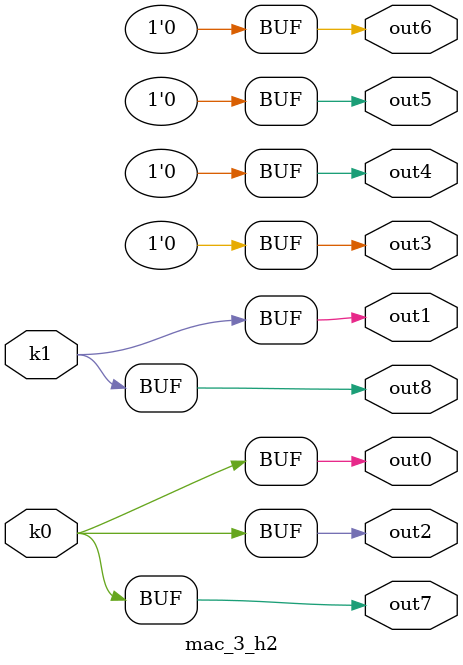
<source format=v>
module mac_3(pi0, pi1, pi2, pi3, pi4, pi5, pi6, pi7, pi8, po0, po1, po2, po3, po4, po5, po6, po7, po8);
input pi0, pi1, pi2, pi3, pi4, pi5, pi6, pi7, pi8;
output po0, po1, po2, po3, po4, po5, po6, po7, po8;
wire k0, k1;
mac_3_w2 DUT1 (pi0, pi1, pi2, pi3, pi4, pi5, pi6, pi7, pi8, k0, k1);
mac_3_h2 DUT2 (k0, k1, po0, po1, po2, po3, po4, po5, po6, po7, po8);
endmodule

module mac_3_w2(in8, in7, in6, in5, in4, in3, in2, in1, in0, k1, k0);
input in8, in7, in6, in5, in4, in3, in2, in1, in0;
output k1, k0;
assign k0 =   in7;
assign k1 =   in8;
endmodule

module mac_3_h2(k1, k0, out8, out7, out6, out5, out4, out3, out2, out1, out0);
input k1, k0;
output out8, out7, out6, out5, out4, out3, out2, out1, out0;
assign out0 = k0;
assign out1 = k1;
assign out2 = k0;
assign out3 = 0;
assign out4 = 0;
assign out5 = 0;
assign out6 = 0;
assign out7 = k0;
assign out8 = k1;
endmodule

</source>
